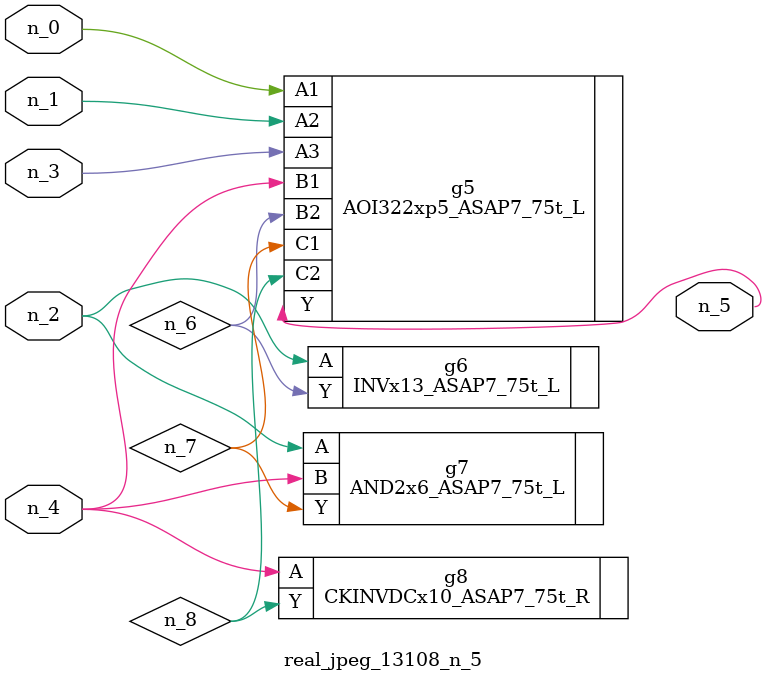
<source format=v>
module real_jpeg_13108_n_5 (n_4, n_0, n_1, n_2, n_3, n_5);

input n_4;
input n_0;
input n_1;
input n_2;
input n_3;

output n_5;

wire n_8;
wire n_6;
wire n_7;

AOI322xp5_ASAP7_75t_L g5 ( 
.A1(n_0),
.A2(n_1),
.A3(n_3),
.B1(n_4),
.B2(n_6),
.C1(n_7),
.C2(n_8),
.Y(n_5)
);

INVx13_ASAP7_75t_L g6 ( 
.A(n_2),
.Y(n_6)
);

AND2x6_ASAP7_75t_L g7 ( 
.A(n_2),
.B(n_4),
.Y(n_7)
);

CKINVDCx10_ASAP7_75t_R g8 ( 
.A(n_4),
.Y(n_8)
);


endmodule
</source>
